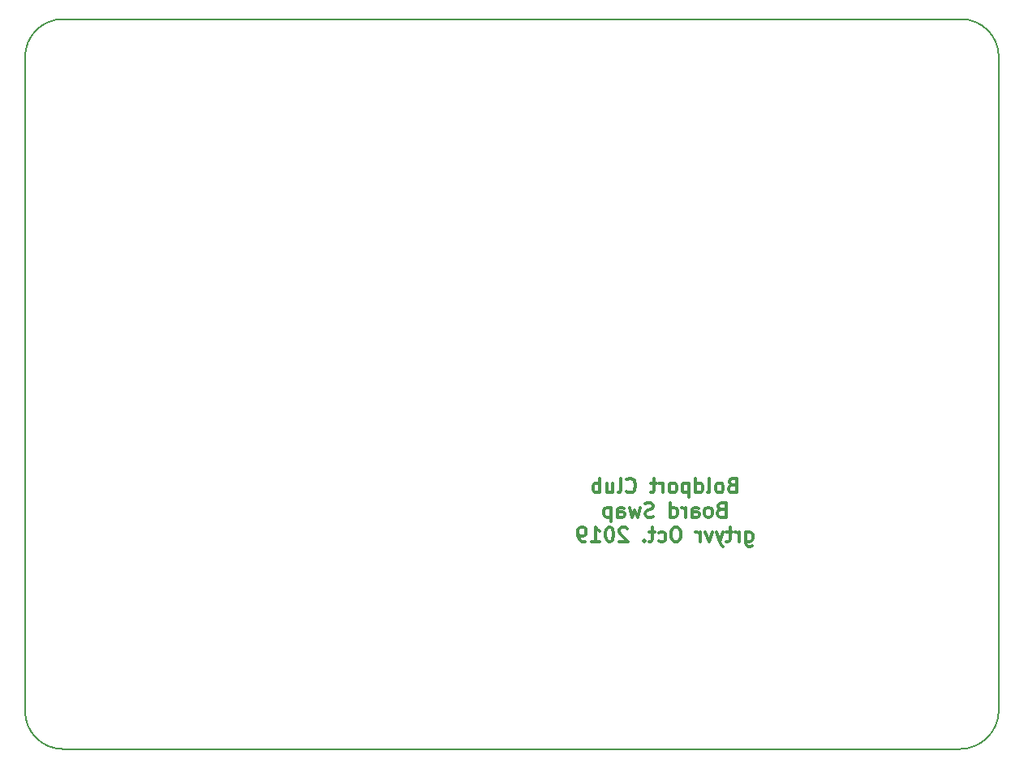
<source format=gbr>
%TF.GenerationSoftware,KiCad,Pcbnew,5.0.2-bee76a0~70~ubuntu18.04.1*%
%TF.CreationDate,2019-10-08T23:09:48-07:00*%
%TF.ProjectId,AD9850,41443938-3530-42e6-9b69-6361645f7063,rev?*%
%TF.SameCoordinates,Original*%
%TF.FileFunction,Legend,Bot*%
%TF.FilePolarity,Positive*%
%FSLAX46Y46*%
G04 Gerber Fmt 4.6, Leading zero omitted, Abs format (unit mm)*
G04 Created by KiCad (PCBNEW 5.0.2-bee76a0~70~ubuntu18.04.1) date Tue 08 Oct 2019 11:09:48 PM PDT*
%MOMM*%
%LPD*%
G01*
G04 APERTURE LIST*
%ADD10C,0.300000*%
%ADD11C,0.150000*%
G04 APERTURE END LIST*
D10*
X128376285Y-98180857D02*
X128162000Y-98252285D01*
X128090571Y-98323714D01*
X128019142Y-98466571D01*
X128019142Y-98680857D01*
X128090571Y-98823714D01*
X128162000Y-98895142D01*
X128304857Y-98966571D01*
X128876285Y-98966571D01*
X128876285Y-97466571D01*
X128376285Y-97466571D01*
X128233428Y-97538000D01*
X128162000Y-97609428D01*
X128090571Y-97752285D01*
X128090571Y-97895142D01*
X128162000Y-98038000D01*
X128233428Y-98109428D01*
X128376285Y-98180857D01*
X128876285Y-98180857D01*
X127162000Y-98966571D02*
X127304857Y-98895142D01*
X127376285Y-98823714D01*
X127447714Y-98680857D01*
X127447714Y-98252285D01*
X127376285Y-98109428D01*
X127304857Y-98038000D01*
X127162000Y-97966571D01*
X126947714Y-97966571D01*
X126804857Y-98038000D01*
X126733428Y-98109428D01*
X126662000Y-98252285D01*
X126662000Y-98680857D01*
X126733428Y-98823714D01*
X126804857Y-98895142D01*
X126947714Y-98966571D01*
X127162000Y-98966571D01*
X125804857Y-98966571D02*
X125947714Y-98895142D01*
X126019142Y-98752285D01*
X126019142Y-97466571D01*
X124590571Y-98966571D02*
X124590571Y-97466571D01*
X124590571Y-98895142D02*
X124733428Y-98966571D01*
X125019142Y-98966571D01*
X125162000Y-98895142D01*
X125233428Y-98823714D01*
X125304857Y-98680857D01*
X125304857Y-98252285D01*
X125233428Y-98109428D01*
X125162000Y-98038000D01*
X125019142Y-97966571D01*
X124733428Y-97966571D01*
X124590571Y-98038000D01*
X123876285Y-97966571D02*
X123876285Y-99466571D01*
X123876285Y-98038000D02*
X123733428Y-97966571D01*
X123447714Y-97966571D01*
X123304857Y-98038000D01*
X123233428Y-98109428D01*
X123162000Y-98252285D01*
X123162000Y-98680857D01*
X123233428Y-98823714D01*
X123304857Y-98895142D01*
X123447714Y-98966571D01*
X123733428Y-98966571D01*
X123876285Y-98895142D01*
X122304857Y-98966571D02*
X122447714Y-98895142D01*
X122519142Y-98823714D01*
X122590571Y-98680857D01*
X122590571Y-98252285D01*
X122519142Y-98109428D01*
X122447714Y-98038000D01*
X122304857Y-97966571D01*
X122090571Y-97966571D01*
X121947714Y-98038000D01*
X121876285Y-98109428D01*
X121804857Y-98252285D01*
X121804857Y-98680857D01*
X121876285Y-98823714D01*
X121947714Y-98895142D01*
X122090571Y-98966571D01*
X122304857Y-98966571D01*
X121162000Y-98966571D02*
X121162000Y-97966571D01*
X121162000Y-98252285D02*
X121090571Y-98109428D01*
X121019142Y-98038000D01*
X120876285Y-97966571D01*
X120733428Y-97966571D01*
X120447714Y-97966571D02*
X119876285Y-97966571D01*
X120233428Y-97466571D02*
X120233428Y-98752285D01*
X120162000Y-98895142D01*
X120019142Y-98966571D01*
X119876285Y-98966571D01*
X117376285Y-98823714D02*
X117447714Y-98895142D01*
X117662000Y-98966571D01*
X117804857Y-98966571D01*
X118019142Y-98895142D01*
X118162000Y-98752285D01*
X118233428Y-98609428D01*
X118304857Y-98323714D01*
X118304857Y-98109428D01*
X118233428Y-97823714D01*
X118162000Y-97680857D01*
X118019142Y-97538000D01*
X117804857Y-97466571D01*
X117662000Y-97466571D01*
X117447714Y-97538000D01*
X117376285Y-97609428D01*
X116519142Y-98966571D02*
X116662000Y-98895142D01*
X116733428Y-98752285D01*
X116733428Y-97466571D01*
X115304857Y-97966571D02*
X115304857Y-98966571D01*
X115947714Y-97966571D02*
X115947714Y-98752285D01*
X115876285Y-98895142D01*
X115733428Y-98966571D01*
X115519142Y-98966571D01*
X115376285Y-98895142D01*
X115304857Y-98823714D01*
X114590571Y-98966571D02*
X114590571Y-97466571D01*
X114590571Y-98038000D02*
X114447714Y-97966571D01*
X114162000Y-97966571D01*
X114019142Y-98038000D01*
X113947714Y-98109428D01*
X113876285Y-98252285D01*
X113876285Y-98680857D01*
X113947714Y-98823714D01*
X114019142Y-98895142D01*
X114162000Y-98966571D01*
X114447714Y-98966571D01*
X114590571Y-98895142D01*
X127233428Y-100730857D02*
X127019142Y-100802285D01*
X126947714Y-100873714D01*
X126876285Y-101016571D01*
X126876285Y-101230857D01*
X126947714Y-101373714D01*
X127019142Y-101445142D01*
X127162000Y-101516571D01*
X127733428Y-101516571D01*
X127733428Y-100016571D01*
X127233428Y-100016571D01*
X127090571Y-100088000D01*
X127019142Y-100159428D01*
X126947714Y-100302285D01*
X126947714Y-100445142D01*
X127019142Y-100588000D01*
X127090571Y-100659428D01*
X127233428Y-100730857D01*
X127733428Y-100730857D01*
X126019142Y-101516571D02*
X126162000Y-101445142D01*
X126233428Y-101373714D01*
X126304857Y-101230857D01*
X126304857Y-100802285D01*
X126233428Y-100659428D01*
X126162000Y-100588000D01*
X126019142Y-100516571D01*
X125804857Y-100516571D01*
X125662000Y-100588000D01*
X125590571Y-100659428D01*
X125519142Y-100802285D01*
X125519142Y-101230857D01*
X125590571Y-101373714D01*
X125662000Y-101445142D01*
X125804857Y-101516571D01*
X126019142Y-101516571D01*
X124233428Y-101516571D02*
X124233428Y-100730857D01*
X124304857Y-100588000D01*
X124447714Y-100516571D01*
X124733428Y-100516571D01*
X124876285Y-100588000D01*
X124233428Y-101445142D02*
X124376285Y-101516571D01*
X124733428Y-101516571D01*
X124876285Y-101445142D01*
X124947714Y-101302285D01*
X124947714Y-101159428D01*
X124876285Y-101016571D01*
X124733428Y-100945142D01*
X124376285Y-100945142D01*
X124233428Y-100873714D01*
X123519142Y-101516571D02*
X123519142Y-100516571D01*
X123519142Y-100802285D02*
X123447714Y-100659428D01*
X123376285Y-100588000D01*
X123233428Y-100516571D01*
X123090571Y-100516571D01*
X121947714Y-101516571D02*
X121947714Y-100016571D01*
X121947714Y-101445142D02*
X122090571Y-101516571D01*
X122376285Y-101516571D01*
X122519142Y-101445142D01*
X122590571Y-101373714D01*
X122662000Y-101230857D01*
X122662000Y-100802285D01*
X122590571Y-100659428D01*
X122519142Y-100588000D01*
X122376285Y-100516571D01*
X122090571Y-100516571D01*
X121947714Y-100588000D01*
X120162000Y-101445142D02*
X119947714Y-101516571D01*
X119590571Y-101516571D01*
X119447714Y-101445142D01*
X119376285Y-101373714D01*
X119304857Y-101230857D01*
X119304857Y-101088000D01*
X119376285Y-100945142D01*
X119447714Y-100873714D01*
X119590571Y-100802285D01*
X119876285Y-100730857D01*
X120019142Y-100659428D01*
X120090571Y-100588000D01*
X120162000Y-100445142D01*
X120162000Y-100302285D01*
X120090571Y-100159428D01*
X120019142Y-100088000D01*
X119876285Y-100016571D01*
X119519142Y-100016571D01*
X119304857Y-100088000D01*
X118804857Y-100516571D02*
X118519142Y-101516571D01*
X118233428Y-100802285D01*
X117947714Y-101516571D01*
X117662000Y-100516571D01*
X116447714Y-101516571D02*
X116447714Y-100730857D01*
X116519142Y-100588000D01*
X116662000Y-100516571D01*
X116947714Y-100516571D01*
X117090571Y-100588000D01*
X116447714Y-101445142D02*
X116590571Y-101516571D01*
X116947714Y-101516571D01*
X117090571Y-101445142D01*
X117162000Y-101302285D01*
X117162000Y-101159428D01*
X117090571Y-101016571D01*
X116947714Y-100945142D01*
X116590571Y-100945142D01*
X116447714Y-100873714D01*
X115733428Y-100516571D02*
X115733428Y-102016571D01*
X115733428Y-100588000D02*
X115590571Y-100516571D01*
X115304857Y-100516571D01*
X115162000Y-100588000D01*
X115090571Y-100659428D01*
X115019142Y-100802285D01*
X115019142Y-101230857D01*
X115090571Y-101373714D01*
X115162000Y-101445142D01*
X115304857Y-101516571D01*
X115590571Y-101516571D01*
X115733428Y-101445142D01*
X129804857Y-103066571D02*
X129804857Y-104280857D01*
X129876285Y-104423714D01*
X129947714Y-104495142D01*
X130090571Y-104566571D01*
X130304857Y-104566571D01*
X130447714Y-104495142D01*
X129804857Y-103995142D02*
X129947714Y-104066571D01*
X130233428Y-104066571D01*
X130376285Y-103995142D01*
X130447714Y-103923714D01*
X130519142Y-103780857D01*
X130519142Y-103352285D01*
X130447714Y-103209428D01*
X130376285Y-103138000D01*
X130233428Y-103066571D01*
X129947714Y-103066571D01*
X129804857Y-103138000D01*
X129090571Y-104066571D02*
X129090571Y-103066571D01*
X129090571Y-103352285D02*
X129019142Y-103209428D01*
X128947714Y-103138000D01*
X128804857Y-103066571D01*
X128662000Y-103066571D01*
X128376285Y-103066571D02*
X127804857Y-103066571D01*
X128162000Y-102566571D02*
X128162000Y-103852285D01*
X128090571Y-103995142D01*
X127947714Y-104066571D01*
X127804857Y-104066571D01*
X127447714Y-103066571D02*
X127090571Y-104066571D01*
X126733428Y-103066571D02*
X127090571Y-104066571D01*
X127233428Y-104423714D01*
X127304857Y-104495142D01*
X127447714Y-104566571D01*
X126304857Y-103066571D02*
X125947714Y-104066571D01*
X125590571Y-103066571D01*
X125019142Y-104066571D02*
X125019142Y-103066571D01*
X125019142Y-103352285D02*
X124947714Y-103209428D01*
X124876285Y-103138000D01*
X124733428Y-103066571D01*
X124590571Y-103066571D01*
X122662000Y-102566571D02*
X122376285Y-102566571D01*
X122233428Y-102638000D01*
X122090571Y-102780857D01*
X122019142Y-103066571D01*
X122019142Y-103566571D01*
X122090571Y-103852285D01*
X122233428Y-103995142D01*
X122376285Y-104066571D01*
X122662000Y-104066571D01*
X122804857Y-103995142D01*
X122947714Y-103852285D01*
X123019142Y-103566571D01*
X123019142Y-103066571D01*
X122947714Y-102780857D01*
X122804857Y-102638000D01*
X122662000Y-102566571D01*
X120733428Y-103995142D02*
X120876285Y-104066571D01*
X121162000Y-104066571D01*
X121304857Y-103995142D01*
X121376285Y-103923714D01*
X121447714Y-103780857D01*
X121447714Y-103352285D01*
X121376285Y-103209428D01*
X121304857Y-103138000D01*
X121162000Y-103066571D01*
X120876285Y-103066571D01*
X120733428Y-103138000D01*
X120304857Y-103066571D02*
X119733428Y-103066571D01*
X120090571Y-102566571D02*
X120090571Y-103852285D01*
X120019142Y-103995142D01*
X119876285Y-104066571D01*
X119733428Y-104066571D01*
X119233428Y-103923714D02*
X119162000Y-103995142D01*
X119233428Y-104066571D01*
X119304857Y-103995142D01*
X119233428Y-103923714D01*
X119233428Y-104066571D01*
X117447714Y-102709428D02*
X117376285Y-102638000D01*
X117233428Y-102566571D01*
X116876285Y-102566571D01*
X116733428Y-102638000D01*
X116662000Y-102709428D01*
X116590571Y-102852285D01*
X116590571Y-102995142D01*
X116662000Y-103209428D01*
X117519142Y-104066571D01*
X116590571Y-104066571D01*
X115662000Y-102566571D02*
X115519142Y-102566571D01*
X115376285Y-102638000D01*
X115304857Y-102709428D01*
X115233428Y-102852285D01*
X115162000Y-103138000D01*
X115162000Y-103495142D01*
X115233428Y-103780857D01*
X115304857Y-103923714D01*
X115376285Y-103995142D01*
X115519142Y-104066571D01*
X115662000Y-104066571D01*
X115804857Y-103995142D01*
X115876285Y-103923714D01*
X115947714Y-103780857D01*
X116019142Y-103495142D01*
X116019142Y-103138000D01*
X115947714Y-102852285D01*
X115876285Y-102709428D01*
X115804857Y-102638000D01*
X115662000Y-102566571D01*
X113733428Y-104066571D02*
X114590571Y-104066571D01*
X114162000Y-104066571D02*
X114162000Y-102566571D01*
X114304857Y-102780857D01*
X114447714Y-102923714D01*
X114590571Y-102995142D01*
X113019142Y-104066571D02*
X112733428Y-104066571D01*
X112590571Y-103995142D01*
X112519142Y-103923714D01*
X112376285Y-103709428D01*
X112304857Y-103423714D01*
X112304857Y-102852285D01*
X112376285Y-102709428D01*
X112447714Y-102638000D01*
X112590571Y-102566571D01*
X112876285Y-102566571D01*
X113019142Y-102638000D01*
X113090571Y-102709428D01*
X113162000Y-102852285D01*
X113162000Y-103209428D01*
X113090571Y-103352285D01*
X113019142Y-103423714D01*
X112876285Y-103495142D01*
X112590571Y-103495142D01*
X112447714Y-103423714D01*
X112376285Y-103352285D01*
X112304857Y-103209428D01*
D11*
X54610000Y-121793000D02*
X54610000Y-53467000D01*
X152146000Y-125730000D02*
X58547000Y-125730000D01*
X156210000Y-53467000D02*
X156210000Y-121666000D01*
X58547000Y-49530000D02*
X152273000Y-49530000D01*
X54610000Y-53467000D02*
G75*
G02X58547000Y-49530000I3937000J0D01*
G01*
X58547000Y-125730000D02*
G75*
G02X54610000Y-121793000I0J3937000D01*
G01*
X156210000Y-121666000D02*
G75*
G02X152146000Y-125730000I-4064000J0D01*
G01*
X152273000Y-49530000D02*
G75*
G02X156210000Y-53467000I0J-3937000D01*
G01*
M02*

</source>
